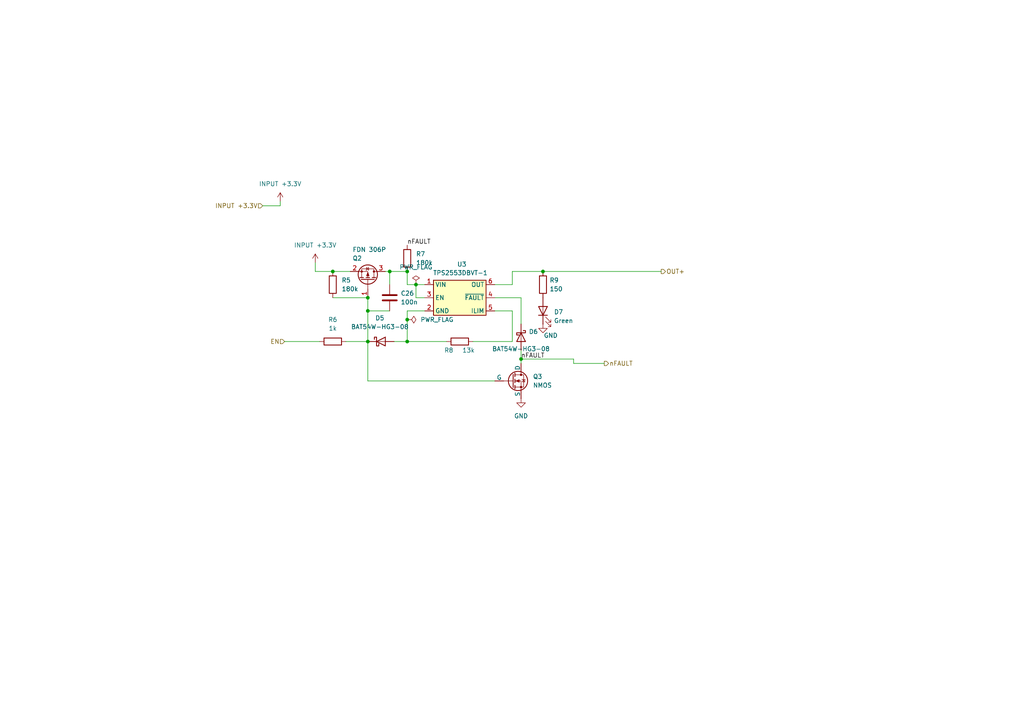
<source format=kicad_sch>
(kicad_sch (version 20250114) (generator "eeschema") (generator_version "9.0")
  (paper "A4")
  (lib_symbols
    (symbol "+3.3V_1" (power) (pin_numbers (hide yes)) (pin_names (offset 0) (hide yes))
      (property "Value" "+3.3V" (at 0 3.556 0))
      (symbol "+3.3V_1_0_1"
        (polyline (pts (xy -0.762 1.27) (xy 0 2.54)))
        (polyline (pts (xy 0 2.54) (xy 0.762 1.27)))
        (polyline (pts (xy 0 0) (xy 0 2.54)))
      )
      (symbol "+3.3V_1_1_1"
        (pin power_in line (at 0 0 90) (length 0) (name "~") (number "1"))
      )
    )
    (symbol "Device:C" (pin_numbers (hide yes)) (pin_names (offset 0.254))
      (property "Reference" "C" (at 0.635 2.54 0))
      (property "Value" "C" (at 0.635 -2.54 0))
      (symbol "C_0_1"
        (polyline (pts (xy -2.032 0.762) (xy 2.032 0.762)) (stroke (width 0.508)))
        (polyline (pts (xy -2.032 -0.762) (xy 2.032 -0.762)) (stroke (width 0.508)))
      )
      (symbol "C_1_1"
        (pin passive line (at 0 3.81 270) (length 2.794) (name "~") (number "1"))
        (pin passive line (at 0 -3.81 90) (length 2.794) (name "~") (number "2"))
      )
    )
    (symbol "Device:D_Schottky" (pin_numbers (hide yes)) (pin_names (offset 1.016) (hide yes))
      (property "Reference" "D" (at 0 2.54 0))
      (property "Value" "D_Schottky" (at 0 -2.54 0))
      (symbol "D_Schottky_0_1"
        (polyline (pts (xy -1.905 0.635) (xy -1.905 1.27) (xy -1.27 1.27) (xy -1.27 -1.27) (xy -0.635 -1.27) (xy -0.635 -0.635)) (stroke (width 0.254)))
        (polyline (pts (xy 1.27 1.27) (xy 1.27 -1.27) (xy -1.27 0) (xy 1.27 1.27)) (stroke (width 0.254)))
        (polyline (pts (xy 1.27 0) (xy -1.27 0)))
      )
      (symbol "D_Schottky_1_1"
        (pin passive line (at -3.81 0 0) (length 2.54) (name "K") (number "1"))
        (pin passive line (at 3.81 0 180) (length 2.54) (name "A") (number "2"))
      )
    )
    (symbol "Device:LED" (pin_numbers (hide yes)) (pin_names (offset 1.016) (hide yes))
      (property "Reference" "D" (at 0 2.54 0))
      (property "Value" "LED" (at 0 -2.54 0))
      (symbol "LED_0_1"
        (polyline (pts (xy -3.048 -0.762) (xy -4.572 -2.286) (xy -3.81 -2.286) (xy -4.572 -2.286) (xy -4.572 -1.524)))
        (polyline (pts (xy -1.778 -0.762) (xy -3.302 -2.286) (xy -2.54 -2.286) (xy -3.302 -2.286) (xy -3.302 -1.524)))
        (polyline (pts (xy -1.27 0) (xy 1.27 0)))
        (polyline (pts (xy -1.27 -1.27) (xy -1.27 1.27)) (stroke (width 0.254)))
        (polyline (pts (xy 1.27 -1.27) (xy 1.27 1.27) (xy -1.27 0) (xy 1.27 -1.27)) (stroke (width 0.254)))
      )
      (symbol "LED_1_1"
        (pin passive line (at -3.81 0 0) (length 2.54) (name "K") (number "1"))
        (pin passive line (at 3.81 0 180) (length 2.54) (name "A") (number "2"))
      )
    )
    (symbol "Device:R" (pin_numbers (hide yes)) (pin_names (offset 0))
      (property "Reference" "R" (at 2.032 0 90))
      (property "Value" "R" (at 0 0 90))
      (symbol "R_0_1"
        (rectangle (start -1.016 -2.54) (end 1.016 2.54) (stroke (width 0.254)))
      )
      (symbol "R_1_1"
        (pin passive line (at 0 3.81 270) (length 1.27) (name "~") (number "1"))
        (pin passive line (at 0 -3.81 90) (length 1.27) (name "~") (number "2"))
      )
    )
    (symbol "GND_1" (power) (pin_numbers (hide yes)) (pin_names (offset 0) (hide yes))
      (property "Value" "GND" (at 0 -3.81 0))
      (symbol "GND_1_0_1"
        (polyline (pts (xy 0 0) (xy 0 -1.27) (xy 1.27 -1.27) (xy 0 -2.54) (xy -1.27 -1.27) (xy 0 -1.27)))
      )
      (symbol "GND_1_1_1"
        (pin power_in line (at 0 0 270) (length 0) (name "~") (number "1"))
      )
    )
    (symbol "Simulation_SPICE:NMOS" (pin_numbers (hide yes)) (pin_names (offset 0))
      (property "Reference" "Q" (at 5.08 1.27 0))
      (property "Value" "NMOS" (at 5.08 -1.27 0))
      (symbol "NMOS_0_1"
        (polyline (pts (xy 0.254 1.905) (xy 0.254 -1.905)) (stroke (width 0.254)))
        (polyline (pts (xy 0.254 0) (xy -2.54 0)))
        (polyline (pts (xy 0.762 2.286) (xy 0.762 1.27)) (stroke (width 0.254)))
        (polyline (pts (xy 0.762 0.508) (xy 0.762 -0.508)) (stroke (width 0.254)))
        (polyline (pts (xy 0.762 -1.27) (xy 0.762 -2.286)) (stroke (width 0.254)))
        (polyline (pts (xy 0.762 -1.778) (xy 3.302 -1.778) (xy 3.302 1.778) (xy 0.762 1.778)))
        (polyline (pts (xy 1.016 0) (xy 2.032 0.381) (xy 2.032 -0.381) (xy 1.016 0)) (fill (type outline)))
        (circle (center 1.651 0) (radius 2.794) (stroke (width 0.254)))
        (polyline (pts (xy 2.54 2.54) (xy 2.54 1.778)))
        (circle (center 2.54 1.778) (radius 0.254) (fill (type outline)))
        (circle (center 2.54 -1.778) (radius 0.254) (fill (type outline)))
        (polyline (pts (xy 2.54 -2.54) (xy 2.54 0) (xy 0.762 0)))
        (polyline (pts (xy 2.794 0.508) (xy 2.921 0.381) (xy 3.683 0.381) (xy 3.81 0.254)))
        (polyline (pts (xy 3.302 0.381) (xy 2.921 -0.254) (xy 3.683 -0.254) (xy 3.302 0.381)))
      )
      (symbol "NMOS_1_1"
        (pin input line (at -5.08 0 0) (length 2.54) (name "G") (number "2"))
        (pin passive line (at 2.54 5.08 270) (length 2.54) (name "D") (number "1"))
        (pin passive line (at 2.54 -5.08 90) (length 2.54) (name "S") (number "3"))
      )
    )
    (symbol "Transistor_FET:AO3401A" (pin_names (hide yes))
      (property "Reference" "Q" (at 5.08 1.905 0))
      (property "Value" "AO3401A" (at 5.08 0 0))
      (symbol "AO3401A_0_1"
        (polyline (pts (xy 0.254 1.905) (xy 0.254 -1.905)) (stroke (width 0.254)))
        (polyline (pts (xy 0.254 0) (xy -2.54 0)))
        (polyline (pts (xy 0.762 2.286) (xy 0.762 1.27)) (stroke (width 0.254)))
        (polyline (pts (xy 0.762 1.778) (xy 3.302 1.778) (xy 3.302 -1.778) (xy 0.762 -1.778)))
        (polyline (pts (xy 0.762 0.508) (xy 0.762 -0.508)) (stroke (width 0.254)))
        (polyline (pts (xy 0.762 -1.27) (xy 0.762 -2.286)) (stroke (width 0.254)))
        (circle (center 1.651 0) (radius 2.794) (stroke (width 0.254)))
        (polyline (pts (xy 2.286 0) (xy 1.27 0.381) (xy 1.27 -0.381) (xy 2.286 0)) (fill (type outline)))
        (polyline (pts (xy 2.54 2.54) (xy 2.54 1.778)))
        (circle (center 2.54 1.778) (radius 0.254) (fill (type outline)))
        (circle (center 2.54 -1.778) (radius 0.254) (fill (type outline)))
        (polyline (pts (xy 2.54 -2.54) (xy 2.54 0) (xy 0.762 0)))
        (polyline (pts (xy 2.794 -0.508) (xy 2.921 -0.381) (xy 3.683 -0.381) (xy 3.81 -0.254)))
        (polyline (pts (xy 3.302 -0.381) (xy 2.921 0.254) (xy 3.683 0.254) (xy 3.302 -0.381)))
      )
      (symbol "AO3401A_1_1"
        (pin input line (at -5.08 0 0) (length 2.54) (name "G") (number "1"))
        (pin passive line (at 2.54 5.08 270) (length 2.54) (name "D") (number "3"))
        (pin passive line (at 2.54 -5.08 90) (length 2.54) (name "S") (number "2"))
      )
    )
    (symbol "lsw:tps255"
      (property "Reference" "U4" (at 12.0396 9.7028 0))
      (property "Value" "TPS2553DBVT-1" (at 11.6078 7.2136 0))
      (symbol "tps255_0_1"
        (rectangle (start 3.81 5.08) (end 19.05 -5.08) (stroke (width 0.254)) (fill (type background)))
      )
      (symbol "tps255_1_1"
        (pin power_in line (at 1.27 3.81 0) (length 2.54) (name "VIN") (number "1"))
        (pin input line (at 1.27 0 0) (length 2.54) (name "EN") (number "3"))
        (pin power_in line (at 1.27 -3.81 0) (length 2.54) (name "GND") (number "2"))
        (pin power_out line (at 21.59 3.81 180) (length 2.54) (name "OUT") (number "6"))
        (pin output line (at 21.59 0 180) (length 2.54) (name "~{FAULT}") (number "4"))
        (pin output line (at 21.59 -3.81 180) (length 2.54) (name "ILIM") (number "5"))
      )
    )
    (symbol "power:+3.3V" (power) (pin_numbers (hide yes)) (pin_names (offset 0) (hide yes))
      (property "Value" "+3.3V" (at 0 3.556 0))
      (symbol "+3.3V_0_1"
        (polyline (pts (xy -0.762 1.27) (xy 0 2.54)))
        (polyline (pts (xy 0 2.54) (xy 0.762 1.27)))
        (polyline (pts (xy 0 0) (xy 0 2.54)))
      )
      (symbol "+3.3V_1_1"
        (pin power_in line (at 0 0 90) (length 0) (name "~") (number "1"))
      )
    )
    (symbol "power:GND" (power) (pin_numbers (hide yes)) (pin_names (offset 0) (hide yes))
      (property "Value" "GND" (at 0 -3.81 0))
      (symbol "GND_0_1"
        (polyline (pts (xy 0 0) (xy 0 -1.27) (xy 1.27 -1.27) (xy 0 -2.54) (xy -1.27 -1.27) (xy 0 -1.27)))
      )
      (symbol "GND_1_1"
        (pin power_in line (at 0 0 270) (length 0) (name "~") (number "1"))
      )
    )
    (symbol "power:PWR_FLAG" (power) (pin_numbers (hide yes)) (pin_names (offset 0) (hide yes))
      (property "Value" "PWR_FLAG" (at 0 3.81 0))
      (symbol "PWR_FLAG_0_0"
        (pin power_out line (at 0 0 90) (length 0) (name "~") (number "1"))
      )
      (symbol "PWR_FLAG_0_1"
        (polyline (pts (xy 0 0) (xy 0 1.27) (xy -1.016 1.905) (xy 0 2.54) (xy 1.016 1.905) (xy 0 1.27)))
      )
    )
  )
  (junction (at 106.68 86.36))
  (junction (at 118.11 99.06))
  (junction (at 96.52 78.74))
  (junction (at 120.65 82.55))
  (junction (at 106.68 90.17))
  (junction (at 118.11 92.71))
  (junction (at 157.48 78.74))
  (junction (at 151.13 104.14))
  (junction (at 113.03 78.74))
  (junction (at 118.11 78.74))
  (junction (at 106.68 99.06))
  (wire (pts (xy 96.52 78.74) (xy 101.6 78.74)))
  (wire (pts (xy 151.13 104.14) (xy 151.13 105.41)))
  (wire (pts (xy 143.51 90.17) (xy 148.59 90.17)))
  (wire (pts (xy 157.48 78.74) (xy 191.77 78.74)))
  (wire (pts (xy 76.2 59.69) (xy 81.28 59.69)))
  (wire (pts (xy 151.13 101.6) (xy 151.13 104.14)))
  (wire (pts (xy 111.76 78.74) (xy 113.03 78.74)))
  (wire (pts (xy 166.37 105.41) (xy 175.26 105.41)))
  (wire (pts (xy 120.65 82.55) (xy 123.19 82.55)))
  (wire (pts (xy 91.44 78.74) (xy 96.52 78.74)))
  (wire (pts (xy 106.68 110.49) (xy 143.51 110.49)))
  (wire (pts (xy 81.28 59.69) (xy 81.28 58.42)))
  (wire (pts (xy 106.68 90.17) (xy 106.68 99.06)))
  (wire (pts (xy 100.33 99.06) (xy 106.68 99.06)))
  (wire (pts (xy 120.65 86.36) (xy 120.65 82.55)))
  (wire (pts (xy 118.11 82.55) (xy 120.65 82.55)))
  (wire (pts (xy 151.13 93.98) (xy 151.13 86.36)))
  (wire (pts (xy 118.11 90.17) (xy 118.11 92.71)))
  (wire (pts (xy 123.19 86.36) (xy 120.65 86.36)))
  (wire (pts (xy 148.59 78.74) (xy 148.59 82.55)))
  (wire (pts (xy 148.59 90.17) (xy 148.59 99.06)))
  (wire (pts (xy 118.11 92.71) (xy 118.11 99.06)))
  (wire (pts (xy 151.13 104.14) (xy 166.37 104.14)))
  (wire (pts (xy 137.16 99.06) (xy 148.59 99.06)))
  (wire (pts (xy 148.59 78.74) (xy 157.48 78.74)))
  (wire (pts (xy 96.52 86.36) (xy 106.68 86.36)))
  (wire (pts (xy 143.51 82.55) (xy 148.59 82.55)))
  (wire (pts (xy 106.68 99.06) (xy 106.68 110.49)))
  (wire (pts (xy 113.03 78.74) (xy 113.03 82.55)))
  (wire (pts (xy 166.37 104.14) (xy 166.37 105.41)))
  (wire (pts (xy 114.3 99.06) (xy 118.11 99.06)))
  (wire (pts (xy 82.55 99.06) (xy 92.71 99.06)))
  (wire (pts (xy 106.68 90.17) (xy 113.03 90.17)))
  (wire (pts (xy 151.13 86.36) (xy 143.51 86.36)))
  (wire (pts (xy 123.19 90.17) (xy 118.11 90.17)))
  (wire (pts (xy 113.03 78.74) (xy 118.11 78.74)))
  (wire (pts (xy 91.44 76.2) (xy 91.44 78.74)))
  (wire (pts (xy 118.11 78.74) (xy 118.11 82.55)))
  (wire (pts (xy 106.68 86.36) (xy 106.68 90.17)))
  (wire (pts (xy 118.11 99.06) (xy 129.54 99.06)))
  (label "nFAULT" (at 118.11 71.12 0))
  (label "nFAULT" (at 151.13 104.14 0))
  (hierarchical_label "EN" (shape input) (at 82.55 99.06 180))
  (hierarchical_label "nFAULT" (shape output) (at 175.26 105.41 0))
  (hierarchical_label "OUT+" (shape output) (at 191.77 78.74 0))
  (hierarchical_label "INPUT +3.3V" (shape input) (at 76.2 59.69 180))
  (symbol (lib_name "+3.3V_1") (lib_id "power:+3.3V") (at 81.28 58.42 0) (unit 1)
    (property "Reference" "#PWR029" (effects (hide yes)))
    (property "Value" "INPUT +3.3V" (at 81.28 53.34 0))
    (property "Description" "Power symbol creates a global label with name \"+3.3V\"" (effects (hide yes)))
  )
  (symbol (lib_id "Device:R") (at 96.52 99.06 90) (unit 1)
    (property "Reference" "R6" (at 96.52 92.71 90))
    (property "Value" "1k" (at 96.52 95.25 90))
    (property "Footprint" "Resistor_SMD:R_0805_2012Metric" (effects (hide yes)))
    (property "LCSC" "C95781" (effects (hide yes)))
  )
  (symbol (lib_id "Device:C") (at 113.03 86.36 0) (unit 1)
    (property "Reference" "C26" (at 116.205 85.09 0) (effects (justify left)))
    (property "Value" "100n" (at 116.205 87.63 0) (effects (justify left)))
    (property "Footprint" "Capacitor_SMD:C_0805_2012Metric" (effects (hide yes)))
    (property "LCSC" "C48579599" (effects (hide yes)))
  )
  (symbol (lib_id "Device:R") (at 133.35 99.06 90) (unit 1)
    (property "Reference" "R8" (at 130.175 101.6 90))
    (property "Value" "13k" (at 135.89 101.6 90))
    (property "Footprint" "Resistor_SMD:R_0603_1608Metric" (effects (hide yes)))
    (property "LCSC" "C17455" (effects (hide yes)))
  )
  (symbol (lib_name "GND_1") (lib_id "power:GND") (at 151.13 115.57 0) (unit 1)
    (property "Reference" "#PWR027" (effects (hide yes)))
    (property "Value" "GND" (at 151.13 120.65 0))
    (property "Description" "Power symbol creates a global label with name \"GND\" , ground" (effects (hide yes)))
  )
  (symbol (lib_id "power:PWR_FLAG") (at 118.11 92.71 270) (unit 1)
    (property "Reference" "#FLG06" (effects (hide yes)))
    (property "Value" "PWR_FLAG" (at 121.92 92.7099 90) (effects (justify left)))
    (property "Description" "Special symbol for telling ERC where power comes from" (effects (hide yes)))
  )
  (symbol (lib_id "Device:R") (at 157.48 82.55 0) (unit 1)
    (property "Reference" "R9" (at 159.385 81.28 0) (effects (justify left)))
    (property "Value" "150" (at 159.385 83.82 0) (effects (justify left)))
    (property "Footprint" "Resistor_SMD:R_0805_2012Metric" (effects (hide yes)))
    (property "LCSC" "C114523" (effects (hide yes)))
  )
  (symbol (lib_id "Transistor_FET:AO3401A") (at 106.68 81.28 270) (mirror x) (unit 1)
    (property "Reference" "Q2" (at 102.235 74.93 90) (effects (justify left)))
    (property "Value" "FDN 306P" (at 102.235 72.39 90) (effects (justify left)))
    (property "Footprint" "Package_TO_SOT_SMD:SOT-23" (effects (hide yes)))
    (property "Datasheet" "http://www.aosmd.com/pdfs/datasheet/AO3401A.pdf" (effects (hide yes)))
    (property "LCSC" "C154510" (effects (hide yes)))
  )
  (symbol (lib_id "Device:R") (at 96.52 82.55 180) (unit 1)
    (property "Reference" "R5" (at 99.06 81.28 0) (effects (justify right)))
    (property "Value" "180k" (at 99.06 83.82 0) (effects (justify right)))
    (property "Footprint" "Resistor_SMD:R_1206_3216Metric" (effects (hide yes)))
    (property "LCSC" "C3009137" (effects (hide yes)))
  )
  (symbol (lib_id "lsw:tps255") (at 121.92 86.36 0) (unit 1)
    (property "Reference" "U3" (at 133.9596 76.6572 0))
    (property "Value" "TPS2553DBVT-1" (at 133.5278 79.1464 0))
    (property "Footprint" "Package_TO_SOT_SMD:SOT-23-6" (effects (hide yes)))
    (property "Datasheet" "https://www.ti.com/lit/ds/symlink/tps2553-1.pdf?ts=1708620841065&ref_url=https%253A%252F%252Fwww.ti.com%252Fproduct%252FTPS2553-1%252Fpart-details%252FTPS2553DBVT-1" (effects (hide yes)))
    (property "LCSC" "C2680358" (effects (hide yes)))
  )
  (symbol (lib_id "Device:R") (at 118.11 74.93 0) (unit 1)
    (property "Reference" "R7" (at 120.65 73.66 0) (effects (justify left)))
    (property "Value" "180k" (at 120.65 76.2 0) (effects (justify left)))
    (property "Footprint" "Resistor_SMD:R_1206_3216Metric" (effects (hide yes)))
    (property "LCSC" "C3009137" (effects (hide yes)))
  )
  (symbol (lib_id "power:PWR_FLAG") (at 120.65 82.55 0) (unit 1)
    (property "Reference" "#FLG01" (effects (hide yes)))
    (property "Value" "PWR_FLAG" (at 120.65 77.47 0))
    (property "Description" "Special symbol for telling ERC where power comes from" (effects (hide yes)))
  )
  (symbol (lib_id "Device:D_Schottky") (at 151.13 97.79 270) (unit 1)
    (property "Reference" "D6" (at 153.3652 96.2025 90) (effects (justify left)))
    (property "Value" "BAT54W-HG3-08" (at 142.7226 101.1936 90) (effects (justify left)))
    (property "Footprint" "Diode_SMD:D_SOD-123" (effects (hide yes)))
    (property "LCSC" "C5144142" (effects (hide yes)))
  )
  (symbol (lib_id "Simulation_SPICE:NMOS") (at 148.59 110.49 0) (unit 1)
    (property "Reference" "Q3" (at 154.559 109.22 0) (effects (justify left)))
    (property "Value" "NMOS" (at 154.559 111.76 0) (effects (justify left)))
    (property "Footprint" "Package_TO_SOT_SMD:SOT-23" (effects (hide yes)))
    (property "Datasheet" "https://ngspice.sourceforge.io/docs/ngspice-html-manual/manual.xhtml#cha_MOSFETs" (effects (hide yes)))
    (property "Description" "N-MOSFET transistor, drain/source/gate" (effects (hide yes)))
    (property "Sim.Device" "NMOS" (effects (hide yes)))
    (property "Sim.Type" "VDMOS" (effects (hide yes)))
    (property "Sim.Pins" "1=D 2=G 3=S" (effects (hide yes)))
    (property "LCSC" "C145103" (effects (hide yes)))
  )
  (symbol (lib_id "Device:D_Schottky") (at 110.49 99.06 0) (unit 1)
    (property "Reference" "D5" (at 110.1725 92.2528 0))
    (property "Value" "BAT54W-HG3-08" (at 110.1725 94.7928 0))
    (property "Footprint" "Diode_SMD:D_SOD-123" (effects (hide yes)))
    (property "LCSC" "C5144142" (effects (hide yes)))
  )
  (symbol (lib_id "Device:LED") (at 157.48 90.17 90) (unit 1)
    (property "Reference" "D7" (at 160.655 90.4875 90) (effects (justify right)))
    (property "Value" "Green" (at 160.655 93.0275 90) (effects (justify right)))
    (property "Footprint" "LED_SMD:LED_1206_3216Metric" (effects (hide yes)))
    (property "Description" "Light emitting diode" (effects (hide yes)))
    (property "Sim.Pins" "1=K 2=A" (effects (hide yes)))
    (property "LCSC" "C84260" (effects (hide yes)))
  )
  (symbol (lib_id "power:GND") (at 157.48 93.98 0) (unit 1)
    (property "Reference" "#PWR028" (effects (hide yes)))
    (property "Value" "GND" (at 159.7406 97.3074 0))
    (property "Description" "Power symbol creates a global label with name \"GND\" , ground" (effects (hide yes)))
  )
  (symbol (lib_id "power:+3.3V") (at 91.44 76.2 0) (unit 1)
    (property "Reference" "#PWR026" (effects (hide yes)))
    (property "Value" "INPUT +3.3V" (at 91.44 71.12 0))
    (property "Description" "Power symbol creates a global label with name \"+3.3V\"" (effects (hide yes)))
  )
)
</source>
